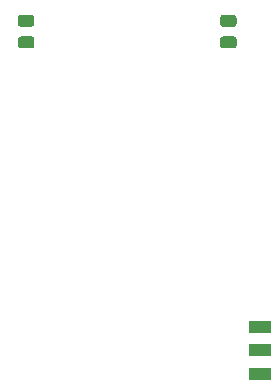
<source format=gbr>
%TF.GenerationSoftware,KiCad,Pcbnew,(5.1.9-0-10_14)*%
%TF.CreationDate,2021-10-18T12:15:18-07:00*%
%TF.ProjectId,ghost_pcb_2,67686f73-745f-4706-9362-5f322e6b6963,rev?*%
%TF.SameCoordinates,Original*%
%TF.FileFunction,Paste,Bot*%
%TF.FilePolarity,Positive*%
%FSLAX46Y46*%
G04 Gerber Fmt 4.6, Leading zero omitted, Abs format (unit mm)*
G04 Created by KiCad (PCBNEW (5.1.9-0-10_14)) date 2021-10-18 12:15:18*
%MOMM*%
%LPD*%
G01*
G04 APERTURE LIST*
%ADD10R,1.900000X1.000000*%
G04 APERTURE END LIST*
D10*
%TO.C,SW1*%
X153252200Y-110971800D03*
X153238200Y-112971800D03*
X153238200Y-114971800D03*
%TD*%
%TO.C,R2*%
G36*
G01*
X133876202Y-85602500D02*
X132976198Y-85602500D01*
G75*
G02*
X132726200Y-85352502I0J249998D01*
G01*
X132726200Y-84827498D01*
G75*
G02*
X132976198Y-84577500I249998J0D01*
G01*
X133876202Y-84577500D01*
G75*
G02*
X134126200Y-84827498I0J-249998D01*
G01*
X134126200Y-85352502D01*
G75*
G02*
X133876202Y-85602500I-249998J0D01*
G01*
G37*
G36*
G01*
X133876202Y-87427500D02*
X132976198Y-87427500D01*
G75*
G02*
X132726200Y-87177502I0J249998D01*
G01*
X132726200Y-86652498D01*
G75*
G02*
X132976198Y-86402500I249998J0D01*
G01*
X133876202Y-86402500D01*
G75*
G02*
X134126200Y-86652498I0J-249998D01*
G01*
X134126200Y-87177502D01*
G75*
G02*
X133876202Y-87427500I-249998J0D01*
G01*
G37*
%TD*%
%TO.C,R1*%
G36*
G01*
X150995802Y-85602500D02*
X150095798Y-85602500D01*
G75*
G02*
X149845800Y-85352502I0J249998D01*
G01*
X149845800Y-84827498D01*
G75*
G02*
X150095798Y-84577500I249998J0D01*
G01*
X150995802Y-84577500D01*
G75*
G02*
X151245800Y-84827498I0J-249998D01*
G01*
X151245800Y-85352502D01*
G75*
G02*
X150995802Y-85602500I-249998J0D01*
G01*
G37*
G36*
G01*
X150995802Y-87427500D02*
X150095798Y-87427500D01*
G75*
G02*
X149845800Y-87177502I0J249998D01*
G01*
X149845800Y-86652498D01*
G75*
G02*
X150095798Y-86402500I249998J0D01*
G01*
X150995802Y-86402500D01*
G75*
G02*
X151245800Y-86652498I0J-249998D01*
G01*
X151245800Y-87177502D01*
G75*
G02*
X150995802Y-87427500I-249998J0D01*
G01*
G37*
%TD*%
M02*

</source>
